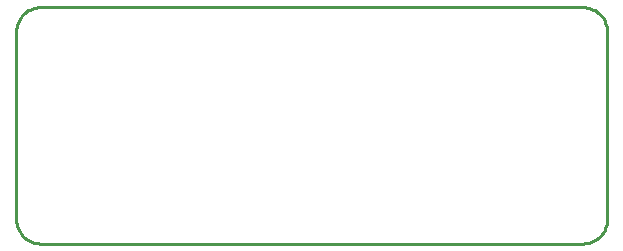
<source format=gbr>
G04 EAGLE Gerber RS-274X export*
G75*
%MOMM*%
%FSLAX34Y34*%
%LPD*%
%IN*%
%IPPOS*%
%AMOC8*
5,1,8,0,0,1.08239X$1,22.5*%
G01*
%ADD10C,0.254000*%


D10*
X0Y20000D02*
X76Y18257D01*
X304Y16527D01*
X681Y14824D01*
X1206Y13160D01*
X1874Y11548D01*
X2680Y10000D01*
X3617Y8528D01*
X4679Y7144D01*
X5858Y5858D01*
X7144Y4679D01*
X8528Y3617D01*
X10000Y2680D01*
X11548Y1874D01*
X13160Y1206D01*
X14824Y681D01*
X16527Y304D01*
X18257Y76D01*
X20000Y0D01*
X480000Y0D01*
X481743Y76D01*
X483473Y304D01*
X485176Y681D01*
X486840Y1206D01*
X488452Y1874D01*
X490000Y2680D01*
X491472Y3617D01*
X492856Y4679D01*
X494142Y5858D01*
X495321Y7144D01*
X496383Y8528D01*
X497321Y10000D01*
X498126Y11548D01*
X498794Y13160D01*
X499319Y14824D01*
X499696Y16527D01*
X499924Y18257D01*
X500000Y20000D01*
X500000Y180000D01*
X499924Y181743D01*
X499696Y183473D01*
X499319Y185176D01*
X498794Y186840D01*
X498126Y188452D01*
X497321Y190000D01*
X496383Y191472D01*
X495321Y192856D01*
X494142Y194142D01*
X492856Y195321D01*
X491472Y196383D01*
X490000Y197321D01*
X488452Y198126D01*
X486840Y198794D01*
X485176Y199319D01*
X483473Y199696D01*
X481743Y199924D01*
X480000Y200000D01*
X20000Y200000D01*
X18257Y199924D01*
X16527Y199696D01*
X14824Y199319D01*
X13160Y198794D01*
X11548Y198126D01*
X10000Y197321D01*
X8528Y196383D01*
X7144Y195321D01*
X5858Y194142D01*
X4679Y192856D01*
X3617Y191472D01*
X2680Y190000D01*
X1874Y188452D01*
X1206Y186840D01*
X681Y185176D01*
X304Y183473D01*
X76Y181743D01*
X0Y180000D01*
X0Y20000D01*
M02*

</source>
